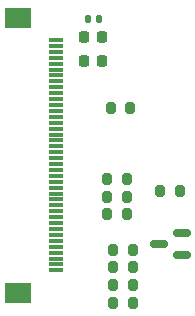
<source format=gbr>
%TF.GenerationSoftware,KiCad,Pcbnew,7.0.7-7.0.7~ubuntu22.04.1*%
%TF.CreationDate,2023-09-11T12:59:47+09:00*%
%TF.ProjectId,3_2LCD,335f324c-4344-42e6-9b69-6361645f7063,rev?*%
%TF.SameCoordinates,Original*%
%TF.FileFunction,Paste,Bot*%
%TF.FilePolarity,Positive*%
%FSLAX46Y46*%
G04 Gerber Fmt 4.6, Leading zero omitted, Abs format (unit mm)*
G04 Created by KiCad (PCBNEW 7.0.7-7.0.7~ubuntu22.04.1) date 2023-09-11 12:59:47*
%MOMM*%
%LPD*%
G01*
G04 APERTURE LIST*
G04 Aperture macros list*
%AMRoundRect*
0 Rectangle with rounded corners*
0 $1 Rounding radius*
0 $2 $3 $4 $5 $6 $7 $8 $9 X,Y pos of 4 corners*
0 Add a 4 corners polygon primitive as box body*
4,1,4,$2,$3,$4,$5,$6,$7,$8,$9,$2,$3,0*
0 Add four circle primitives for the rounded corners*
1,1,$1+$1,$2,$3*
1,1,$1+$1,$4,$5*
1,1,$1+$1,$6,$7*
1,1,$1+$1,$8,$9*
0 Add four rect primitives between the rounded corners*
20,1,$1+$1,$2,$3,$4,$5,0*
20,1,$1+$1,$4,$5,$6,$7,0*
20,1,$1+$1,$6,$7,$8,$9,0*
20,1,$1+$1,$8,$9,$2,$3,0*%
G04 Aperture macros list end*
%ADD10RoundRect,0.225000X-0.225000X-0.250000X0.225000X-0.250000X0.225000X0.250000X-0.225000X0.250000X0*%
%ADD11RoundRect,0.140000X-0.140000X-0.170000X0.140000X-0.170000X0.140000X0.170000X-0.140000X0.170000X0*%
%ADD12RoundRect,0.200000X0.200000X0.275000X-0.200000X0.275000X-0.200000X-0.275000X0.200000X-0.275000X0*%
%ADD13RoundRect,0.200000X-0.200000X-0.275000X0.200000X-0.275000X0.200000X0.275000X-0.200000X0.275000X0*%
%ADD14R,1.300000X0.300000*%
%ADD15R,2.200000X1.800000*%
%ADD16RoundRect,0.150000X0.587500X0.150000X-0.587500X0.150000X-0.587500X-0.150000X0.587500X-0.150000X0*%
G04 APERTURE END LIST*
D10*
%TO.C,C1*%
X175225000Y-117000000D03*
X176775000Y-117000000D03*
%TD*%
D11*
%TO.C,C2*%
X175520000Y-115500000D03*
X176480000Y-115500000D03*
%TD*%
D12*
%TO.C,R1*%
X183325000Y-130000000D03*
X181675000Y-130000000D03*
%TD*%
D13*
%TO.C,R2*%
X177175000Y-132000000D03*
X178825000Y-132000000D03*
%TD*%
%TO.C,R3*%
X177175000Y-129000000D03*
X178825000Y-129000000D03*
%TD*%
%TO.C,R4*%
X177175000Y-130500000D03*
X178825000Y-130500000D03*
%TD*%
%TO.C,R5*%
X177500000Y-123000000D03*
X179150000Y-123000000D03*
%TD*%
%TO.C,R6*%
X177675000Y-136500000D03*
X179325000Y-136500000D03*
%TD*%
%TO.C,R7*%
X177675000Y-138000000D03*
X179325000Y-138000000D03*
%TD*%
%TO.C,R8*%
X177675000Y-139500000D03*
X179325000Y-139500000D03*
%TD*%
D14*
%TO.C,U1*%
X172850000Y-117250000D03*
X172850000Y-117750000D03*
X172850000Y-118250000D03*
X172850000Y-118750000D03*
X172850000Y-119250000D03*
X172850000Y-119750000D03*
X172850000Y-120250000D03*
X172850000Y-120750000D03*
X172850000Y-121250000D03*
X172850000Y-121750000D03*
X172850000Y-122250000D03*
X172850000Y-122750000D03*
X172850000Y-123250000D03*
X172850000Y-123750000D03*
X172850000Y-124250000D03*
X172850000Y-124750000D03*
X172850000Y-125250000D03*
X172850000Y-125750000D03*
X172850000Y-126250000D03*
X172850000Y-126750000D03*
X172850000Y-127250000D03*
X172850000Y-127750000D03*
X172850000Y-128250000D03*
X172850000Y-128750000D03*
X172850000Y-129750000D03*
X172850000Y-129250000D03*
X172850000Y-130250000D03*
X172850000Y-130750000D03*
X172850000Y-131250000D03*
X172850000Y-131750000D03*
X172850000Y-132250000D03*
X172850000Y-132750000D03*
X172850000Y-133250000D03*
X172850000Y-133750000D03*
X172850000Y-134250000D03*
X172850000Y-134750000D03*
X172850000Y-135250000D03*
X172850000Y-135750000D03*
X172850000Y-136250000D03*
X172850000Y-136750000D03*
D15*
X169600000Y-138650000D03*
X169600000Y-115350000D03*
%TD*%
D13*
%TO.C,R9*%
X177675000Y-135000000D03*
X179325000Y-135000000D03*
%TD*%
D10*
%TO.C,C4*%
X175225000Y-119000000D03*
X176775000Y-119000000D03*
%TD*%
D16*
%TO.C,Q1*%
X183475000Y-133550000D03*
X183475000Y-135450000D03*
X181600000Y-134500000D03*
%TD*%
M02*

</source>
